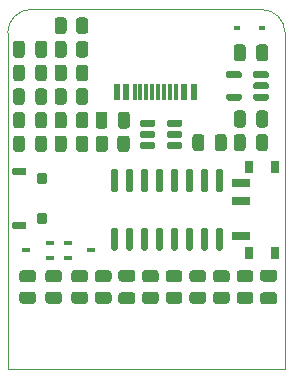
<source format=gbr>
G04 #@! TF.GenerationSoftware,KiCad,Pcbnew,6.0.7+dfsg-1~bpo11+1*
G04 #@! TF.ProjectId,project,70726f6a-6563-4742-9e6b-696361645f70,rev?*
G04 #@! TF.SameCoordinates,Original*
G04 #@! TF.FileFunction,Paste,Top*
G04 #@! TF.FilePolarity,Positive*
%FSLAX46Y46*%
G04 Gerber Fmt 4.6, Leading zero omitted, Abs format (unit mm)*
%MOMM*%
%LPD*%
G01*
G04 APERTURE LIST*
G04 #@! TA.AperFunction,Profile*
%ADD10C,0.100000*%
G04 #@! TD*
%ADD11R,0.600000X0.450000*%
%ADD12R,1.500000X0.700000*%
%ADD13R,0.800000X1.000000*%
%ADD14R,0.600000X1.450000*%
%ADD15R,0.300000X1.450000*%
%ADD16R,0.700000X0.450000*%
G04 APERTURE END LIST*
D10*
X122250000Y-126475000D02*
X101150000Y-126475000D01*
X123500000Y-98000000D02*
X123500000Y-126475000D01*
X100000000Y-98000000D02*
X100000000Y-126475000D01*
X123500000Y-98000000D02*
G75*
G03*
X121500000Y-96000000I-2000000J0D01*
G01*
X122250000Y-126475000D02*
X123500000Y-126475000D01*
X102000000Y-96000000D02*
X121500000Y-96000000D01*
X101150000Y-126475000D02*
X100000000Y-126475000D01*
X102000000Y-96000000D02*
G75*
G03*
X100000000Y-98000000I0J-2000000D01*
G01*
G36*
G01*
X112550000Y-120925000D02*
X111650000Y-120925000D01*
G75*
G02*
X111400000Y-120675000I0J250000D01*
G01*
X111400000Y-120150000D01*
G75*
G02*
X111650000Y-119900000I250000J0D01*
G01*
X112550000Y-119900000D01*
G75*
G02*
X112800000Y-120150000I0J-250000D01*
G01*
X112800000Y-120675000D01*
G75*
G02*
X112550000Y-120925000I-250000J0D01*
G01*
G37*
G36*
G01*
X112550000Y-119100000D02*
X111650000Y-119100000D01*
G75*
G02*
X111400000Y-118850000I0J250000D01*
G01*
X111400000Y-118325000D01*
G75*
G02*
X111650000Y-118075000I250000J0D01*
G01*
X112550000Y-118075000D01*
G75*
G02*
X112800000Y-118325000I0J-250000D01*
G01*
X112800000Y-118850000D01*
G75*
G02*
X112550000Y-119100000I-250000J0D01*
G01*
G37*
G36*
G01*
X110325000Y-106925000D02*
X110325000Y-107825000D01*
G75*
G02*
X110075000Y-108075000I-250000J0D01*
G01*
X109550000Y-108075000D01*
G75*
G02*
X109300000Y-107825000I0J250000D01*
G01*
X109300000Y-106925000D01*
G75*
G02*
X109550000Y-106675000I250000J0D01*
G01*
X110075000Y-106675000D01*
G75*
G02*
X110325000Y-106925000I0J-250000D01*
G01*
G37*
G36*
G01*
X108500000Y-106925000D02*
X108500000Y-107825000D01*
G75*
G02*
X108250000Y-108075000I-250000J0D01*
G01*
X107725000Y-108075000D01*
G75*
G02*
X107475000Y-107825000I0J250000D01*
G01*
X107475000Y-106925000D01*
G75*
G02*
X107725000Y-106675000I250000J0D01*
G01*
X108250000Y-106675000D01*
G75*
G02*
X108500000Y-106925000I0J-250000D01*
G01*
G37*
G36*
G01*
X109625000Y-118050000D02*
X110575000Y-118050000D01*
G75*
G02*
X110825000Y-118300000I0J-250000D01*
G01*
X110825000Y-118800000D01*
G75*
G02*
X110575000Y-119050000I-250000J0D01*
G01*
X109625000Y-119050000D01*
G75*
G02*
X109375000Y-118800000I0J250000D01*
G01*
X109375000Y-118300000D01*
G75*
G02*
X109625000Y-118050000I250000J0D01*
G01*
G37*
G36*
G01*
X109625000Y-119950000D02*
X110575000Y-119950000D01*
G75*
G02*
X110825000Y-120200000I0J-250000D01*
G01*
X110825000Y-120700000D01*
G75*
G02*
X110575000Y-120950000I-250000J0D01*
G01*
X109625000Y-120950000D01*
G75*
G02*
X109375000Y-120700000I0J250000D01*
G01*
X109375000Y-120200000D01*
G75*
G02*
X109625000Y-119950000I250000J0D01*
G01*
G37*
G36*
G01*
X103450000Y-118075000D02*
X104350000Y-118075000D01*
G75*
G02*
X104600000Y-118325000I0J-250000D01*
G01*
X104600000Y-118850000D01*
G75*
G02*
X104350000Y-119100000I-250000J0D01*
G01*
X103450000Y-119100000D01*
G75*
G02*
X103200000Y-118850000I0J250000D01*
G01*
X103200000Y-118325000D01*
G75*
G02*
X103450000Y-118075000I250000J0D01*
G01*
G37*
G36*
G01*
X103450000Y-119900000D02*
X104350000Y-119900000D01*
G75*
G02*
X104600000Y-120150000I0J-250000D01*
G01*
X104600000Y-120675000D01*
G75*
G02*
X104350000Y-120925000I-250000J0D01*
G01*
X103450000Y-120925000D01*
G75*
G02*
X103200000Y-120675000I0J250000D01*
G01*
X103200000Y-120150000D01*
G75*
G02*
X103450000Y-119900000I250000J0D01*
G01*
G37*
G36*
G01*
X103350000Y-98900000D02*
X103350000Y-99850000D01*
G75*
G02*
X103100000Y-100100000I-250000J0D01*
G01*
X102600000Y-100100000D01*
G75*
G02*
X102350000Y-99850000I0J250000D01*
G01*
X102350000Y-98900000D01*
G75*
G02*
X102600000Y-98650000I250000J0D01*
G01*
X103100000Y-98650000D01*
G75*
G02*
X103350000Y-98900000I0J-250000D01*
G01*
G37*
G36*
G01*
X101450000Y-98900000D02*
X101450000Y-99850000D01*
G75*
G02*
X101200000Y-100100000I-250000J0D01*
G01*
X100700000Y-100100000D01*
G75*
G02*
X100450000Y-99850000I0J250000D01*
G01*
X100450000Y-98900000D01*
G75*
G02*
X100700000Y-98650000I250000J0D01*
G01*
X101200000Y-98650000D01*
G75*
G02*
X101450000Y-98900000I0J-250000D01*
G01*
G37*
G36*
G01*
X100475000Y-101831250D02*
X100475000Y-100918750D01*
G75*
G02*
X100718750Y-100675000I243750J0D01*
G01*
X101206250Y-100675000D01*
G75*
G02*
X101450000Y-100918750I0J-243750D01*
G01*
X101450000Y-101831250D01*
G75*
G02*
X101206250Y-102075000I-243750J0D01*
G01*
X100718750Y-102075000D01*
G75*
G02*
X100475000Y-101831250I0J243750D01*
G01*
G37*
G36*
G01*
X102350000Y-101831250D02*
X102350000Y-100918750D01*
G75*
G02*
X102593750Y-100675000I243750J0D01*
G01*
X103081250Y-100675000D01*
G75*
G02*
X103325000Y-100918750I0J-243750D01*
G01*
X103325000Y-101831250D01*
G75*
G02*
X103081250Y-102075000I-243750J0D01*
G01*
X102593750Y-102075000D01*
G75*
G02*
X102350000Y-101831250I0J243750D01*
G01*
G37*
G36*
G01*
X100475000Y-103831250D02*
X100475000Y-102918750D01*
G75*
G02*
X100718750Y-102675000I243750J0D01*
G01*
X101206250Y-102675000D01*
G75*
G02*
X101450000Y-102918750I0J-243750D01*
G01*
X101450000Y-103831250D01*
G75*
G02*
X101206250Y-104075000I-243750J0D01*
G01*
X100718750Y-104075000D01*
G75*
G02*
X100475000Y-103831250I0J243750D01*
G01*
G37*
G36*
G01*
X102350000Y-103831250D02*
X102350000Y-102918750D01*
G75*
G02*
X102593750Y-102675000I243750J0D01*
G01*
X103081250Y-102675000D01*
G75*
G02*
X103325000Y-102918750I0J-243750D01*
G01*
X103325000Y-103831250D01*
G75*
G02*
X103081250Y-104075000I-243750J0D01*
G01*
X102593750Y-104075000D01*
G75*
G02*
X102350000Y-103831250I0J243750D01*
G01*
G37*
G36*
G01*
X119150000Y-107750000D02*
X119150000Y-106800000D01*
G75*
G02*
X119400000Y-106550000I250000J0D01*
G01*
X119900000Y-106550000D01*
G75*
G02*
X120150000Y-106800000I0J-250000D01*
G01*
X120150000Y-107750000D01*
G75*
G02*
X119900000Y-108000000I-250000J0D01*
G01*
X119400000Y-108000000D01*
G75*
G02*
X119150000Y-107750000I0J250000D01*
G01*
G37*
G36*
G01*
X121050000Y-107750000D02*
X121050000Y-106800000D01*
G75*
G02*
X121300000Y-106550000I250000J0D01*
G01*
X121800000Y-106550000D01*
G75*
G02*
X122050000Y-106800000I0J-250000D01*
G01*
X122050000Y-107750000D01*
G75*
G02*
X121800000Y-108000000I-250000J0D01*
G01*
X121300000Y-108000000D01*
G75*
G02*
X121050000Y-107750000I0J250000D01*
G01*
G37*
G36*
G01*
X118550000Y-120925000D02*
X117650000Y-120925000D01*
G75*
G02*
X117400000Y-120675000I0J250000D01*
G01*
X117400000Y-120150000D01*
G75*
G02*
X117650000Y-119900000I250000J0D01*
G01*
X118550000Y-119900000D01*
G75*
G02*
X118800000Y-120150000I0J-250000D01*
G01*
X118800000Y-120675000D01*
G75*
G02*
X118550000Y-120925000I-250000J0D01*
G01*
G37*
G36*
G01*
X118550000Y-119100000D02*
X117650000Y-119100000D01*
G75*
G02*
X117400000Y-118850000I0J250000D01*
G01*
X117400000Y-118325000D01*
G75*
G02*
X117650000Y-118075000I250000J0D01*
G01*
X118550000Y-118075000D01*
G75*
G02*
X118800000Y-118325000I0J-250000D01*
G01*
X118800000Y-118850000D01*
G75*
G02*
X118550000Y-119100000I-250000J0D01*
G01*
G37*
G36*
G01*
X117795000Y-109525000D02*
X118095000Y-109525000D01*
G75*
G02*
X118245000Y-109675000I0J-150000D01*
G01*
X118245000Y-111325000D01*
G75*
G02*
X118095000Y-111475000I-150000J0D01*
G01*
X117795000Y-111475000D01*
G75*
G02*
X117645000Y-111325000I0J150000D01*
G01*
X117645000Y-109675000D01*
G75*
G02*
X117795000Y-109525000I150000J0D01*
G01*
G37*
G36*
G01*
X116525000Y-109525000D02*
X116825000Y-109525000D01*
G75*
G02*
X116975000Y-109675000I0J-150000D01*
G01*
X116975000Y-111325000D01*
G75*
G02*
X116825000Y-111475000I-150000J0D01*
G01*
X116525000Y-111475000D01*
G75*
G02*
X116375000Y-111325000I0J150000D01*
G01*
X116375000Y-109675000D01*
G75*
G02*
X116525000Y-109525000I150000J0D01*
G01*
G37*
G36*
G01*
X115255000Y-109525000D02*
X115555000Y-109525000D01*
G75*
G02*
X115705000Y-109675000I0J-150000D01*
G01*
X115705000Y-111325000D01*
G75*
G02*
X115555000Y-111475000I-150000J0D01*
G01*
X115255000Y-111475000D01*
G75*
G02*
X115105000Y-111325000I0J150000D01*
G01*
X115105000Y-109675000D01*
G75*
G02*
X115255000Y-109525000I150000J0D01*
G01*
G37*
G36*
G01*
X113985000Y-109525000D02*
X114285000Y-109525000D01*
G75*
G02*
X114435000Y-109675000I0J-150000D01*
G01*
X114435000Y-111325000D01*
G75*
G02*
X114285000Y-111475000I-150000J0D01*
G01*
X113985000Y-111475000D01*
G75*
G02*
X113835000Y-111325000I0J150000D01*
G01*
X113835000Y-109675000D01*
G75*
G02*
X113985000Y-109525000I150000J0D01*
G01*
G37*
G36*
G01*
X112715000Y-109525000D02*
X113015000Y-109525000D01*
G75*
G02*
X113165000Y-109675000I0J-150000D01*
G01*
X113165000Y-111325000D01*
G75*
G02*
X113015000Y-111475000I-150000J0D01*
G01*
X112715000Y-111475000D01*
G75*
G02*
X112565000Y-111325000I0J150000D01*
G01*
X112565000Y-109675000D01*
G75*
G02*
X112715000Y-109525000I150000J0D01*
G01*
G37*
G36*
G01*
X111445000Y-109525000D02*
X111745000Y-109525000D01*
G75*
G02*
X111895000Y-109675000I0J-150000D01*
G01*
X111895000Y-111325000D01*
G75*
G02*
X111745000Y-111475000I-150000J0D01*
G01*
X111445000Y-111475000D01*
G75*
G02*
X111295000Y-111325000I0J150000D01*
G01*
X111295000Y-109675000D01*
G75*
G02*
X111445000Y-109525000I150000J0D01*
G01*
G37*
G36*
G01*
X110175000Y-109525000D02*
X110475000Y-109525000D01*
G75*
G02*
X110625000Y-109675000I0J-150000D01*
G01*
X110625000Y-111325000D01*
G75*
G02*
X110475000Y-111475000I-150000J0D01*
G01*
X110175000Y-111475000D01*
G75*
G02*
X110025000Y-111325000I0J150000D01*
G01*
X110025000Y-109675000D01*
G75*
G02*
X110175000Y-109525000I150000J0D01*
G01*
G37*
G36*
G01*
X108905000Y-109525000D02*
X109205000Y-109525000D01*
G75*
G02*
X109355000Y-109675000I0J-150000D01*
G01*
X109355000Y-111325000D01*
G75*
G02*
X109205000Y-111475000I-150000J0D01*
G01*
X108905000Y-111475000D01*
G75*
G02*
X108755000Y-111325000I0J150000D01*
G01*
X108755000Y-109675000D01*
G75*
G02*
X108905000Y-109525000I150000J0D01*
G01*
G37*
G36*
G01*
X108905000Y-114475000D02*
X109205000Y-114475000D01*
G75*
G02*
X109355000Y-114625000I0J-150000D01*
G01*
X109355000Y-116275000D01*
G75*
G02*
X109205000Y-116425000I-150000J0D01*
G01*
X108905000Y-116425000D01*
G75*
G02*
X108755000Y-116275000I0J150000D01*
G01*
X108755000Y-114625000D01*
G75*
G02*
X108905000Y-114475000I150000J0D01*
G01*
G37*
G36*
G01*
X110175000Y-114475000D02*
X110475000Y-114475000D01*
G75*
G02*
X110625000Y-114625000I0J-150000D01*
G01*
X110625000Y-116275000D01*
G75*
G02*
X110475000Y-116425000I-150000J0D01*
G01*
X110175000Y-116425000D01*
G75*
G02*
X110025000Y-116275000I0J150000D01*
G01*
X110025000Y-114625000D01*
G75*
G02*
X110175000Y-114475000I150000J0D01*
G01*
G37*
G36*
G01*
X111445000Y-114475000D02*
X111745000Y-114475000D01*
G75*
G02*
X111895000Y-114625000I0J-150000D01*
G01*
X111895000Y-116275000D01*
G75*
G02*
X111745000Y-116425000I-150000J0D01*
G01*
X111445000Y-116425000D01*
G75*
G02*
X111295000Y-116275000I0J150000D01*
G01*
X111295000Y-114625000D01*
G75*
G02*
X111445000Y-114475000I150000J0D01*
G01*
G37*
G36*
G01*
X112715000Y-114475000D02*
X113015000Y-114475000D01*
G75*
G02*
X113165000Y-114625000I0J-150000D01*
G01*
X113165000Y-116275000D01*
G75*
G02*
X113015000Y-116425000I-150000J0D01*
G01*
X112715000Y-116425000D01*
G75*
G02*
X112565000Y-116275000I0J150000D01*
G01*
X112565000Y-114625000D01*
G75*
G02*
X112715000Y-114475000I150000J0D01*
G01*
G37*
G36*
G01*
X113985000Y-114475000D02*
X114285000Y-114475000D01*
G75*
G02*
X114435000Y-114625000I0J-150000D01*
G01*
X114435000Y-116275000D01*
G75*
G02*
X114285000Y-116425000I-150000J0D01*
G01*
X113985000Y-116425000D01*
G75*
G02*
X113835000Y-116275000I0J150000D01*
G01*
X113835000Y-114625000D01*
G75*
G02*
X113985000Y-114475000I150000J0D01*
G01*
G37*
G36*
G01*
X115255000Y-114475000D02*
X115555000Y-114475000D01*
G75*
G02*
X115705000Y-114625000I0J-150000D01*
G01*
X115705000Y-116275000D01*
G75*
G02*
X115555000Y-116425000I-150000J0D01*
G01*
X115255000Y-116425000D01*
G75*
G02*
X115105000Y-116275000I0J150000D01*
G01*
X115105000Y-114625000D01*
G75*
G02*
X115255000Y-114475000I150000J0D01*
G01*
G37*
G36*
G01*
X116525000Y-114475000D02*
X116825000Y-114475000D01*
G75*
G02*
X116975000Y-114625000I0J-150000D01*
G01*
X116975000Y-116275000D01*
G75*
G02*
X116825000Y-116425000I-150000J0D01*
G01*
X116525000Y-116425000D01*
G75*
G02*
X116375000Y-116275000I0J150000D01*
G01*
X116375000Y-114625000D01*
G75*
G02*
X116525000Y-114475000I150000J0D01*
G01*
G37*
G36*
G01*
X117795000Y-114475000D02*
X118095000Y-114475000D01*
G75*
G02*
X118245000Y-114625000I0J-150000D01*
G01*
X118245000Y-116275000D01*
G75*
G02*
X118095000Y-116425000I-150000J0D01*
G01*
X117795000Y-116425000D01*
G75*
G02*
X117645000Y-116275000I0J150000D01*
G01*
X117645000Y-114625000D01*
G75*
G02*
X117795000Y-114475000I150000J0D01*
G01*
G37*
G36*
G01*
X115650000Y-107750000D02*
X115650000Y-106800000D01*
G75*
G02*
X115900000Y-106550000I250000J0D01*
G01*
X116400000Y-106550000D01*
G75*
G02*
X116650000Y-106800000I0J-250000D01*
G01*
X116650000Y-107750000D01*
G75*
G02*
X116400000Y-108000000I-250000J0D01*
G01*
X115900000Y-108000000D01*
G75*
G02*
X115650000Y-107750000I0J250000D01*
G01*
G37*
G36*
G01*
X117550000Y-107750000D02*
X117550000Y-106800000D01*
G75*
G02*
X117800000Y-106550000I250000J0D01*
G01*
X118300000Y-106550000D01*
G75*
G02*
X118550000Y-106800000I0J-250000D01*
G01*
X118550000Y-107750000D01*
G75*
G02*
X118300000Y-108000000I-250000J0D01*
G01*
X117800000Y-108000000D01*
G75*
G02*
X117550000Y-107750000I0J250000D01*
G01*
G37*
G36*
G01*
X103975000Y-99825000D02*
X103975000Y-98925000D01*
G75*
G02*
X104225000Y-98675000I250000J0D01*
G01*
X104750000Y-98675000D01*
G75*
G02*
X105000000Y-98925000I0J-250000D01*
G01*
X105000000Y-99825000D01*
G75*
G02*
X104750000Y-100075000I-250000J0D01*
G01*
X104225000Y-100075000D01*
G75*
G02*
X103975000Y-99825000I0J250000D01*
G01*
G37*
G36*
G01*
X105800000Y-99825000D02*
X105800000Y-98925000D01*
G75*
G02*
X106050000Y-98675000I250000J0D01*
G01*
X106575000Y-98675000D01*
G75*
G02*
X106825000Y-98925000I0J-250000D01*
G01*
X106825000Y-99825000D01*
G75*
G02*
X106575000Y-100075000I-250000J0D01*
G01*
X106050000Y-100075000D01*
G75*
G02*
X105800000Y-99825000I0J250000D01*
G01*
G37*
D11*
X121550000Y-97575000D03*
X119450000Y-97575000D03*
G36*
G01*
X103975000Y-103825000D02*
X103975000Y-102925000D01*
G75*
G02*
X104225000Y-102675000I250000J0D01*
G01*
X104750000Y-102675000D01*
G75*
G02*
X105000000Y-102925000I0J-250000D01*
G01*
X105000000Y-103825000D01*
G75*
G02*
X104750000Y-104075000I-250000J0D01*
G01*
X104225000Y-104075000D01*
G75*
G02*
X103975000Y-103825000I0J250000D01*
G01*
G37*
G36*
G01*
X105800000Y-103825000D02*
X105800000Y-102925000D01*
G75*
G02*
X106050000Y-102675000I250000J0D01*
G01*
X106575000Y-102675000D01*
G75*
G02*
X106825000Y-102925000I0J-250000D01*
G01*
X106825000Y-103825000D01*
G75*
G02*
X106575000Y-104075000I-250000J0D01*
G01*
X106050000Y-104075000D01*
G75*
G02*
X105800000Y-103825000I0J250000D01*
G01*
G37*
G36*
G01*
X103975000Y-97825000D02*
X103975000Y-96925000D01*
G75*
G02*
X104225000Y-96675000I250000J0D01*
G01*
X104750000Y-96675000D01*
G75*
G02*
X105000000Y-96925000I0J-250000D01*
G01*
X105000000Y-97825000D01*
G75*
G02*
X104750000Y-98075000I-250000J0D01*
G01*
X104225000Y-98075000D01*
G75*
G02*
X103975000Y-97825000I0J250000D01*
G01*
G37*
G36*
G01*
X105800000Y-97825000D02*
X105800000Y-96925000D01*
G75*
G02*
X106050000Y-96675000I250000J0D01*
G01*
X106575000Y-96675000D01*
G75*
G02*
X106825000Y-96925000I0J-250000D01*
G01*
X106825000Y-97825000D01*
G75*
G02*
X106575000Y-98075000I-250000J0D01*
G01*
X106050000Y-98075000D01*
G75*
G02*
X105800000Y-97825000I0J250000D01*
G01*
G37*
G36*
G01*
X122100000Y-103275000D02*
X122100000Y-103575000D01*
G75*
G02*
X121950000Y-103725000I-150000J0D01*
G01*
X120925000Y-103725000D01*
G75*
G02*
X120775000Y-103575000I0J150000D01*
G01*
X120775000Y-103275000D01*
G75*
G02*
X120925000Y-103125000I150000J0D01*
G01*
X121950000Y-103125000D01*
G75*
G02*
X122100000Y-103275000I0J-150000D01*
G01*
G37*
G36*
G01*
X122100000Y-102325000D02*
X122100000Y-102625000D01*
G75*
G02*
X121950000Y-102775000I-150000J0D01*
G01*
X120925000Y-102775000D01*
G75*
G02*
X120775000Y-102625000I0J150000D01*
G01*
X120775000Y-102325000D01*
G75*
G02*
X120925000Y-102175000I150000J0D01*
G01*
X121950000Y-102175000D01*
G75*
G02*
X122100000Y-102325000I0J-150000D01*
G01*
G37*
G36*
G01*
X122100000Y-101375000D02*
X122100000Y-101675000D01*
G75*
G02*
X121950000Y-101825000I-150000J0D01*
G01*
X120925000Y-101825000D01*
G75*
G02*
X120775000Y-101675000I0J150000D01*
G01*
X120775000Y-101375000D01*
G75*
G02*
X120925000Y-101225000I150000J0D01*
G01*
X121950000Y-101225000D01*
G75*
G02*
X122100000Y-101375000I0J-150000D01*
G01*
G37*
G36*
G01*
X119825000Y-101375000D02*
X119825000Y-101675000D01*
G75*
G02*
X119675000Y-101825000I-150000J0D01*
G01*
X118650000Y-101825000D01*
G75*
G02*
X118500000Y-101675000I0J150000D01*
G01*
X118500000Y-101375000D01*
G75*
G02*
X118650000Y-101225000I150000J0D01*
G01*
X119675000Y-101225000D01*
G75*
G02*
X119825000Y-101375000I0J-150000D01*
G01*
G37*
G36*
G01*
X119825000Y-103275000D02*
X119825000Y-103575000D01*
G75*
G02*
X119675000Y-103725000I-150000J0D01*
G01*
X118650000Y-103725000D01*
G75*
G02*
X118500000Y-103575000I0J150000D01*
G01*
X118500000Y-103275000D01*
G75*
G02*
X118650000Y-103125000I150000J0D01*
G01*
X119675000Y-103125000D01*
G75*
G02*
X119825000Y-103275000I0J-150000D01*
G01*
G37*
G36*
G01*
X103975000Y-107825000D02*
X103975000Y-106925000D01*
G75*
G02*
X104225000Y-106675000I250000J0D01*
G01*
X104750000Y-106675000D01*
G75*
G02*
X105000000Y-106925000I0J-250000D01*
G01*
X105000000Y-107825000D01*
G75*
G02*
X104750000Y-108075000I-250000J0D01*
G01*
X104225000Y-108075000D01*
G75*
G02*
X103975000Y-107825000I0J250000D01*
G01*
G37*
G36*
G01*
X105800000Y-107825000D02*
X105800000Y-106925000D01*
G75*
G02*
X106050000Y-106675000I250000J0D01*
G01*
X106575000Y-106675000D01*
G75*
G02*
X106825000Y-106925000I0J-250000D01*
G01*
X106825000Y-107825000D01*
G75*
G02*
X106575000Y-108075000I-250000J0D01*
G01*
X106050000Y-108075000D01*
G75*
G02*
X105800000Y-107825000I0J250000D01*
G01*
G37*
G36*
G01*
X114800000Y-107375000D02*
X114800000Y-107675000D01*
G75*
G02*
X114650000Y-107825000I-150000J0D01*
G01*
X113625000Y-107825000D01*
G75*
G02*
X113475000Y-107675000I0J150000D01*
G01*
X113475000Y-107375000D01*
G75*
G02*
X113625000Y-107225000I150000J0D01*
G01*
X114650000Y-107225000D01*
G75*
G02*
X114800000Y-107375000I0J-150000D01*
G01*
G37*
G36*
G01*
X114800000Y-106425000D02*
X114800000Y-106725000D01*
G75*
G02*
X114650000Y-106875000I-150000J0D01*
G01*
X113625000Y-106875000D01*
G75*
G02*
X113475000Y-106725000I0J150000D01*
G01*
X113475000Y-106425000D01*
G75*
G02*
X113625000Y-106275000I150000J0D01*
G01*
X114650000Y-106275000D01*
G75*
G02*
X114800000Y-106425000I0J-150000D01*
G01*
G37*
G36*
G01*
X114800000Y-105475000D02*
X114800000Y-105775000D01*
G75*
G02*
X114650000Y-105925000I-150000J0D01*
G01*
X113625000Y-105925000D01*
G75*
G02*
X113475000Y-105775000I0J150000D01*
G01*
X113475000Y-105475000D01*
G75*
G02*
X113625000Y-105325000I150000J0D01*
G01*
X114650000Y-105325000D01*
G75*
G02*
X114800000Y-105475000I0J-150000D01*
G01*
G37*
G36*
G01*
X112525000Y-105475000D02*
X112525000Y-105775000D01*
G75*
G02*
X112375000Y-105925000I-150000J0D01*
G01*
X111350000Y-105925000D01*
G75*
G02*
X111200000Y-105775000I0J150000D01*
G01*
X111200000Y-105475000D01*
G75*
G02*
X111350000Y-105325000I150000J0D01*
G01*
X112375000Y-105325000D01*
G75*
G02*
X112525000Y-105475000I0J-150000D01*
G01*
G37*
G36*
G01*
X112525000Y-106425000D02*
X112525000Y-106725000D01*
G75*
G02*
X112375000Y-106875000I-150000J0D01*
G01*
X111350000Y-106875000D01*
G75*
G02*
X111200000Y-106725000I0J150000D01*
G01*
X111200000Y-106425000D01*
G75*
G02*
X111350000Y-106275000I150000J0D01*
G01*
X112375000Y-106275000D01*
G75*
G02*
X112525000Y-106425000I0J-150000D01*
G01*
G37*
G36*
G01*
X112525000Y-107375000D02*
X112525000Y-107675000D01*
G75*
G02*
X112375000Y-107825000I-150000J0D01*
G01*
X111350000Y-107825000D01*
G75*
G02*
X111200000Y-107675000I0J150000D01*
G01*
X111200000Y-107375000D01*
G75*
G02*
X111350000Y-107225000I150000J0D01*
G01*
X112375000Y-107225000D01*
G75*
G02*
X112525000Y-107375000I0J-150000D01*
G01*
G37*
D12*
X119770000Y-115225000D03*
X119770000Y-112225000D03*
X119770000Y-110725000D03*
D13*
X120420000Y-116625000D03*
X122630000Y-109325000D03*
X120420000Y-109325000D03*
X122630000Y-116625000D03*
G36*
G01*
X100475000Y-107831250D02*
X100475000Y-106918750D01*
G75*
G02*
X100718750Y-106675000I243750J0D01*
G01*
X101206250Y-106675000D01*
G75*
G02*
X101450000Y-106918750I0J-243750D01*
G01*
X101450000Y-107831250D01*
G75*
G02*
X101206250Y-108075000I-243750J0D01*
G01*
X100718750Y-108075000D01*
G75*
G02*
X100475000Y-107831250I0J243750D01*
G01*
G37*
G36*
G01*
X102350000Y-107831250D02*
X102350000Y-106918750D01*
G75*
G02*
X102593750Y-106675000I243750J0D01*
G01*
X103081250Y-106675000D01*
G75*
G02*
X103325000Y-106918750I0J-243750D01*
G01*
X103325000Y-107831250D01*
G75*
G02*
X103081250Y-108075000I-243750J0D01*
G01*
X102593750Y-108075000D01*
G75*
G02*
X102350000Y-107831250I0J243750D01*
G01*
G37*
G36*
G01*
X110350000Y-104900000D02*
X110350000Y-105850000D01*
G75*
G02*
X110100000Y-106100000I-250000J0D01*
G01*
X109600000Y-106100000D01*
G75*
G02*
X109350000Y-105850000I0J250000D01*
G01*
X109350000Y-104900000D01*
G75*
G02*
X109600000Y-104650000I250000J0D01*
G01*
X110100000Y-104650000D01*
G75*
G02*
X110350000Y-104900000I0J-250000D01*
G01*
G37*
G36*
G01*
X108450000Y-104900000D02*
X108450000Y-105850000D01*
G75*
G02*
X108200000Y-106100000I-250000J0D01*
G01*
X107700000Y-106100000D01*
G75*
G02*
X107450000Y-105850000I0J250000D01*
G01*
X107450000Y-104900000D01*
G75*
G02*
X107700000Y-104650000I250000J0D01*
G01*
X108200000Y-104650000D01*
G75*
G02*
X108450000Y-104900000I0J-250000D01*
G01*
G37*
G36*
G01*
X100475000Y-105831250D02*
X100475000Y-104918750D01*
G75*
G02*
X100718750Y-104675000I243750J0D01*
G01*
X101206250Y-104675000D01*
G75*
G02*
X101450000Y-104918750I0J-243750D01*
G01*
X101450000Y-105831250D01*
G75*
G02*
X101206250Y-106075000I-243750J0D01*
G01*
X100718750Y-106075000D01*
G75*
G02*
X100475000Y-105831250I0J243750D01*
G01*
G37*
G36*
G01*
X102350000Y-105831250D02*
X102350000Y-104918750D01*
G75*
G02*
X102593750Y-104675000I243750J0D01*
G01*
X103081250Y-104675000D01*
G75*
G02*
X103325000Y-104918750I0J-243750D01*
G01*
X103325000Y-105831250D01*
G75*
G02*
X103081250Y-106075000I-243750J0D01*
G01*
X102593750Y-106075000D01*
G75*
G02*
X102350000Y-105831250I0J243750D01*
G01*
G37*
G36*
G01*
X103975000Y-101825000D02*
X103975000Y-100925000D01*
G75*
G02*
X104225000Y-100675000I250000J0D01*
G01*
X104750000Y-100675000D01*
G75*
G02*
X105000000Y-100925000I0J-250000D01*
G01*
X105000000Y-101825000D01*
G75*
G02*
X104750000Y-102075000I-250000J0D01*
G01*
X104225000Y-102075000D01*
G75*
G02*
X103975000Y-101825000I0J250000D01*
G01*
G37*
G36*
G01*
X105800000Y-101825000D02*
X105800000Y-100925000D01*
G75*
G02*
X106050000Y-100675000I250000J0D01*
G01*
X106575000Y-100675000D01*
G75*
G02*
X106825000Y-100925000I0J-250000D01*
G01*
X106825000Y-101825000D01*
G75*
G02*
X106575000Y-102075000I-250000J0D01*
G01*
X106050000Y-102075000D01*
G75*
G02*
X105800000Y-101825000I0J250000D01*
G01*
G37*
D14*
X115750000Y-103020000D03*
X114950000Y-103020000D03*
D15*
X113750000Y-103020000D03*
X112750000Y-103020000D03*
X112250000Y-103020000D03*
X111250000Y-103020000D03*
D14*
X110050000Y-103020000D03*
X109250000Y-103020000D03*
X109250000Y-103020000D03*
X110050000Y-103020000D03*
D15*
X110750000Y-103020000D03*
X111750000Y-103020000D03*
X113250000Y-103020000D03*
X114250000Y-103020000D03*
D14*
X114950000Y-103020000D03*
X115750000Y-103020000D03*
G36*
G01*
X101250000Y-118075000D02*
X102150000Y-118075000D01*
G75*
G02*
X102400000Y-118325000I0J-250000D01*
G01*
X102400000Y-118850000D01*
G75*
G02*
X102150000Y-119100000I-250000J0D01*
G01*
X101250000Y-119100000D01*
G75*
G02*
X101000000Y-118850000I0J250000D01*
G01*
X101000000Y-118325000D01*
G75*
G02*
X101250000Y-118075000I250000J0D01*
G01*
G37*
G36*
G01*
X101250000Y-119900000D02*
X102150000Y-119900000D01*
G75*
G02*
X102400000Y-120150000I0J-250000D01*
G01*
X102400000Y-120675000D01*
G75*
G02*
X102150000Y-120925000I-250000J0D01*
G01*
X101250000Y-120925000D01*
G75*
G02*
X101000000Y-120675000I0J250000D01*
G01*
X101000000Y-120150000D01*
G75*
G02*
X101250000Y-119900000I250000J0D01*
G01*
G37*
G36*
G01*
X122575000Y-120950000D02*
X121625000Y-120950000D01*
G75*
G02*
X121375000Y-120700000I0J250000D01*
G01*
X121375000Y-120200000D01*
G75*
G02*
X121625000Y-119950000I250000J0D01*
G01*
X122575000Y-119950000D01*
G75*
G02*
X122825000Y-120200000I0J-250000D01*
G01*
X122825000Y-120700000D01*
G75*
G02*
X122575000Y-120950000I-250000J0D01*
G01*
G37*
G36*
G01*
X122575000Y-119050000D02*
X121625000Y-119050000D01*
G75*
G02*
X121375000Y-118800000I0J250000D01*
G01*
X121375000Y-118300000D01*
G75*
G02*
X121625000Y-118050000I250000J0D01*
G01*
X122575000Y-118050000D01*
G75*
G02*
X122825000Y-118300000I0J-250000D01*
G01*
X122825000Y-118800000D01*
G75*
G02*
X122575000Y-119050000I-250000J0D01*
G01*
G37*
G36*
G01*
X103200000Y-114150000D02*
X102600000Y-114150000D01*
G75*
G02*
X102500000Y-114050000I0J100000D01*
G01*
X102500000Y-113350000D01*
G75*
G02*
X102600000Y-113250000I100000J0D01*
G01*
X103200000Y-113250000D01*
G75*
G02*
X103300000Y-113350000I0J-100000D01*
G01*
X103300000Y-114050000D01*
G75*
G02*
X103200000Y-114150000I-100000J0D01*
G01*
G37*
G36*
G01*
X103200000Y-110750000D02*
X102600000Y-110750000D01*
G75*
G02*
X102500000Y-110650000I0J100000D01*
G01*
X102500000Y-109950000D01*
G75*
G02*
X102600000Y-109850000I100000J0D01*
G01*
X103200000Y-109850000D01*
G75*
G02*
X103300000Y-109950000I0J-100000D01*
G01*
X103300000Y-110650000D01*
G75*
G02*
X103200000Y-110750000I-100000J0D01*
G01*
G37*
G36*
G01*
X101500000Y-110000000D02*
X100500000Y-110000000D01*
G75*
G02*
X100400000Y-109900000I0J100000D01*
G01*
X100400000Y-109500000D01*
G75*
G02*
X100500000Y-109400000I100000J0D01*
G01*
X101500000Y-109400000D01*
G75*
G02*
X101600000Y-109500000I0J-100000D01*
G01*
X101600000Y-109900000D01*
G75*
G02*
X101500000Y-110000000I-100000J0D01*
G01*
G37*
G36*
G01*
X101500000Y-114600000D02*
X100500000Y-114600000D01*
G75*
G02*
X100400000Y-114500000I0J100000D01*
G01*
X100400000Y-114100000D01*
G75*
G02*
X100500000Y-114000000I100000J0D01*
G01*
X101500000Y-114000000D01*
G75*
G02*
X101600000Y-114100000I0J-100000D01*
G01*
X101600000Y-114500000D01*
G75*
G02*
X101500000Y-114600000I-100000J0D01*
G01*
G37*
G36*
G01*
X103975000Y-105825000D02*
X103975000Y-104925000D01*
G75*
G02*
X104225000Y-104675000I250000J0D01*
G01*
X104750000Y-104675000D01*
G75*
G02*
X105000000Y-104925000I0J-250000D01*
G01*
X105000000Y-105825000D01*
G75*
G02*
X104750000Y-106075000I-250000J0D01*
G01*
X104225000Y-106075000D01*
G75*
G02*
X103975000Y-105825000I0J250000D01*
G01*
G37*
G36*
G01*
X105800000Y-105825000D02*
X105800000Y-104925000D01*
G75*
G02*
X106050000Y-104675000I250000J0D01*
G01*
X106575000Y-104675000D01*
G75*
G02*
X106825000Y-104925000I0J-250000D01*
G01*
X106825000Y-105825000D01*
G75*
G02*
X106575000Y-106075000I-250000J0D01*
G01*
X106050000Y-106075000D01*
G75*
G02*
X105800000Y-105825000I0J250000D01*
G01*
G37*
G36*
G01*
X108550000Y-120925000D02*
X107650000Y-120925000D01*
G75*
G02*
X107400000Y-120675000I0J250000D01*
G01*
X107400000Y-120150000D01*
G75*
G02*
X107650000Y-119900000I250000J0D01*
G01*
X108550000Y-119900000D01*
G75*
G02*
X108800000Y-120150000I0J-250000D01*
G01*
X108800000Y-120675000D01*
G75*
G02*
X108550000Y-120925000I-250000J0D01*
G01*
G37*
G36*
G01*
X108550000Y-119100000D02*
X107650000Y-119100000D01*
G75*
G02*
X107400000Y-118850000I0J250000D01*
G01*
X107400000Y-118325000D01*
G75*
G02*
X107650000Y-118075000I250000J0D01*
G01*
X108550000Y-118075000D01*
G75*
G02*
X108800000Y-118325000I0J-250000D01*
G01*
X108800000Y-118850000D01*
G75*
G02*
X108550000Y-119100000I-250000J0D01*
G01*
G37*
G36*
G01*
X119650000Y-118075000D02*
X120550000Y-118075000D01*
G75*
G02*
X120800000Y-118325000I0J-250000D01*
G01*
X120800000Y-118850000D01*
G75*
G02*
X120550000Y-119100000I-250000J0D01*
G01*
X119650000Y-119100000D01*
G75*
G02*
X119400000Y-118850000I0J250000D01*
G01*
X119400000Y-118325000D01*
G75*
G02*
X119650000Y-118075000I250000J0D01*
G01*
G37*
G36*
G01*
X119650000Y-119900000D02*
X120550000Y-119900000D01*
G75*
G02*
X120800000Y-120150000I0J-250000D01*
G01*
X120800000Y-120675000D01*
G75*
G02*
X120550000Y-120925000I-250000J0D01*
G01*
X119650000Y-120925000D01*
G75*
G02*
X119400000Y-120675000I0J250000D01*
G01*
X119400000Y-120150000D01*
G75*
G02*
X119650000Y-119900000I250000J0D01*
G01*
G37*
G36*
G01*
X106550000Y-120925000D02*
X105650000Y-120925000D01*
G75*
G02*
X105400000Y-120675000I0J250000D01*
G01*
X105400000Y-120150000D01*
G75*
G02*
X105650000Y-119900000I250000J0D01*
G01*
X106550000Y-119900000D01*
G75*
G02*
X106800000Y-120150000I0J-250000D01*
G01*
X106800000Y-120675000D01*
G75*
G02*
X106550000Y-120925000I-250000J0D01*
G01*
G37*
G36*
G01*
X106550000Y-119100000D02*
X105650000Y-119100000D01*
G75*
G02*
X105400000Y-118850000I0J250000D01*
G01*
X105400000Y-118325000D01*
G75*
G02*
X105650000Y-118075000I250000J0D01*
G01*
X106550000Y-118075000D01*
G75*
G02*
X106800000Y-118325000I0J-250000D01*
G01*
X106800000Y-118850000D01*
G75*
G02*
X106550000Y-119100000I-250000J0D01*
G01*
G37*
G36*
G01*
X116550000Y-120925000D02*
X115650000Y-120925000D01*
G75*
G02*
X115400000Y-120675000I0J250000D01*
G01*
X115400000Y-120150000D01*
G75*
G02*
X115650000Y-119900000I250000J0D01*
G01*
X116550000Y-119900000D01*
G75*
G02*
X116800000Y-120150000I0J-250000D01*
G01*
X116800000Y-120675000D01*
G75*
G02*
X116550000Y-120925000I-250000J0D01*
G01*
G37*
G36*
G01*
X116550000Y-119100000D02*
X115650000Y-119100000D01*
G75*
G02*
X115400000Y-118850000I0J250000D01*
G01*
X115400000Y-118325000D01*
G75*
G02*
X115650000Y-118075000I250000J0D01*
G01*
X116550000Y-118075000D01*
G75*
G02*
X116800000Y-118325000I0J-250000D01*
G01*
X116800000Y-118850000D01*
G75*
G02*
X116550000Y-119100000I-250000J0D01*
G01*
G37*
D16*
X103600000Y-117050000D03*
X103600000Y-115750000D03*
X101600000Y-116400000D03*
X105100000Y-115750000D03*
X105100000Y-117050000D03*
X107100000Y-116400000D03*
G36*
G01*
X122050000Y-99200000D02*
X122050000Y-100150000D01*
G75*
G02*
X121800000Y-100400000I-250000J0D01*
G01*
X121300000Y-100400000D01*
G75*
G02*
X121050000Y-100150000I0J250000D01*
G01*
X121050000Y-99200000D01*
G75*
G02*
X121300000Y-98950000I250000J0D01*
G01*
X121800000Y-98950000D01*
G75*
G02*
X122050000Y-99200000I0J-250000D01*
G01*
G37*
G36*
G01*
X120150000Y-99200000D02*
X120150000Y-100150000D01*
G75*
G02*
X119900000Y-100400000I-250000J0D01*
G01*
X119400000Y-100400000D01*
G75*
G02*
X119150000Y-100150000I0J250000D01*
G01*
X119150000Y-99200000D01*
G75*
G02*
X119400000Y-98950000I250000J0D01*
G01*
X119900000Y-98950000D01*
G75*
G02*
X120150000Y-99200000I0J-250000D01*
G01*
G37*
G36*
G01*
X119150000Y-105750000D02*
X119150000Y-104800000D01*
G75*
G02*
X119400000Y-104550000I250000J0D01*
G01*
X119900000Y-104550000D01*
G75*
G02*
X120150000Y-104800000I0J-250000D01*
G01*
X120150000Y-105750000D01*
G75*
G02*
X119900000Y-106000000I-250000J0D01*
G01*
X119400000Y-106000000D01*
G75*
G02*
X119150000Y-105750000I0J250000D01*
G01*
G37*
G36*
G01*
X121050000Y-105750000D02*
X121050000Y-104800000D01*
G75*
G02*
X121300000Y-104550000I250000J0D01*
G01*
X121800000Y-104550000D01*
G75*
G02*
X122050000Y-104800000I0J-250000D01*
G01*
X122050000Y-105750000D01*
G75*
G02*
X121800000Y-106000000I-250000J0D01*
G01*
X121300000Y-106000000D01*
G75*
G02*
X121050000Y-105750000I0J250000D01*
G01*
G37*
G36*
G01*
X114550000Y-120925000D02*
X113650000Y-120925000D01*
G75*
G02*
X113400000Y-120675000I0J250000D01*
G01*
X113400000Y-120150000D01*
G75*
G02*
X113650000Y-119900000I250000J0D01*
G01*
X114550000Y-119900000D01*
G75*
G02*
X114800000Y-120150000I0J-250000D01*
G01*
X114800000Y-120675000D01*
G75*
G02*
X114550000Y-120925000I-250000J0D01*
G01*
G37*
G36*
G01*
X114550000Y-119100000D02*
X113650000Y-119100000D01*
G75*
G02*
X113400000Y-118850000I0J250000D01*
G01*
X113400000Y-118325000D01*
G75*
G02*
X113650000Y-118075000I250000J0D01*
G01*
X114550000Y-118075000D01*
G75*
G02*
X114800000Y-118325000I0J-250000D01*
G01*
X114800000Y-118850000D01*
G75*
G02*
X114550000Y-119100000I-250000J0D01*
G01*
G37*
M02*

</source>
